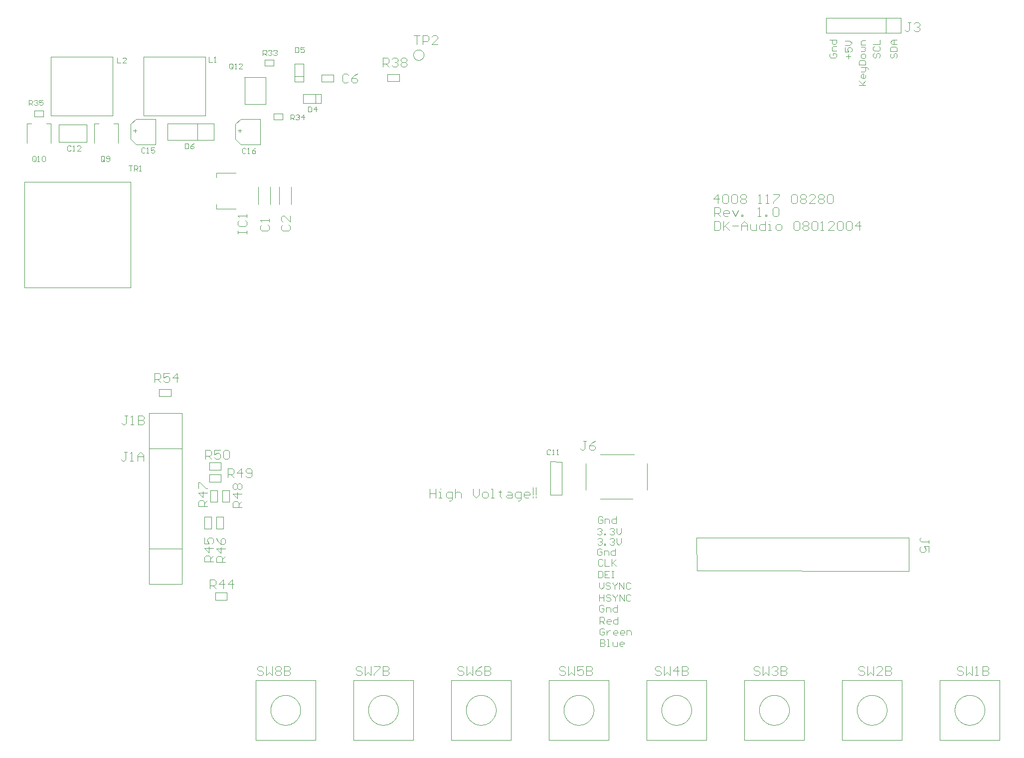
<source format=gto>
*%FSLAX23Y23*%
*%MOIN*%
G01*
D11*
X10120Y7423D02*
X10198Y7422D01*
X10120Y7423D02*
Y7202D01*
X10198D02*
Y7422D01*
Y7202D02*
X10120D01*
X7021Y9561D02*
Y9679D01*
X6834D02*
Y9561D01*
X7560Y9576D02*
Y9686D01*
X7870D02*
Y9576D01*
D12*
X7314Y9296D02*
Y8587D01*
X6603D02*
Y9296D01*
X7314D01*
Y8587D02*
X6603D01*
D13*
X12509Y10361D02*
X12529D01*
X12519D02*
X12509D01*
X12519D02*
Y10311D01*
X12509Y10301D01*
X12499D01*
X12489Y10311D01*
X12549Y10351D02*
X12559Y10361D01*
X12579D01*
X12589Y10351D01*
Y10341D01*
X12590D01*
X12589D02*
X12590D01*
X12589D02*
X12590D01*
X12589D02*
X12579Y10331D01*
X12569D01*
X12579D01*
X12589Y10321D01*
Y10311D01*
X12579Y10301D01*
X12559D01*
X12549Y10311D01*
X12209Y6053D02*
X12219Y6043D01*
X12209Y6053D02*
X12189D01*
X12179Y6043D01*
Y6033D01*
X12189Y6023D01*
X12209D01*
X12219Y6013D01*
Y6003D01*
X12209Y5993D01*
X12189D01*
X12179Y6003D01*
X12239Y5993D02*
Y6053D01*
X12259Y6013D02*
X12239Y5993D01*
X12259Y6013D02*
X12279Y5993D01*
Y6053D01*
X12299Y5993D02*
X12339D01*
X12299D02*
X12339Y6033D01*
Y6043D01*
X12329Y6053D01*
X12309D01*
X12299Y6043D01*
X12359Y6053D02*
Y5993D01*
X12389D01*
X12399Y6003D01*
Y6013D01*
X12389Y6023D01*
X12359D01*
X12360D01*
X12359D02*
X12360D01*
X12359D02*
X12360D01*
X12359D02*
X12389D01*
X12399Y6033D01*
Y6043D01*
X12389Y6053D01*
X12359D01*
X12869D02*
X12879Y6043D01*
X12869Y6053D02*
X12849D01*
X12839Y6043D01*
Y6033D01*
X12849Y6023D01*
X12869D01*
X12879Y6013D01*
Y6003D01*
X12869Y5993D01*
X12849D01*
X12839Y6003D01*
X12899Y5993D02*
Y6053D01*
X12919Y6013D02*
X12899Y5993D01*
X12919Y6013D02*
X12939Y5993D01*
Y6053D01*
X12959Y5993D02*
X12979D01*
X12969D01*
Y6053D01*
X12970D01*
X12969D02*
X12959Y6043D01*
X13009Y6053D02*
Y5993D01*
X13039D01*
X13049Y6003D01*
Y6013D01*
X13039Y6023D01*
X13009D01*
X13010D01*
X13009D02*
X13010D01*
X13009D02*
X13010D01*
X13009D02*
X13039D01*
X13049Y6033D01*
Y6043D01*
X13039Y6053D01*
X13009D01*
X10359Y7562D02*
X10339D01*
X10349D01*
Y7512D01*
X10339Y7502D01*
X10329D01*
X10319Y7512D01*
X10399Y7552D02*
X10419Y7562D01*
X10399Y7552D02*
X10379Y7532D01*
Y7512D01*
X10389Y7502D01*
X10409D01*
X10419Y7512D01*
Y7522D01*
X10409Y7532D01*
X10379D01*
X10121Y7499D02*
X10115Y7505D01*
X10104D01*
X10098Y7499D01*
Y7476D01*
X10104Y7470D01*
X10115D01*
X10121Y7476D01*
X10133Y7470D02*
X10144D01*
X10139D01*
Y7505D01*
X10140D01*
X10139D02*
X10133Y7499D01*
X10162Y7470D02*
X10174D01*
X10168D01*
Y7505D01*
X10169D01*
X10168D02*
X10162Y7499D01*
X12651Y6897D02*
Y6877D01*
Y6887D02*
Y6897D01*
Y6887D02*
X12601D01*
X12591Y6897D01*
Y6907D01*
X12601Y6917D01*
X12651Y6857D02*
Y6817D01*
Y6857D02*
X12621D01*
X12631Y6837D01*
Y6827D01*
X12621Y6817D01*
X12601D01*
X12591Y6827D01*
Y6847D01*
X12601Y6857D01*
X10859Y6043D02*
X10849Y6053D01*
X10829D01*
X10819Y6043D01*
Y6033D01*
X10829Y6023D01*
X10849D01*
X10859Y6013D01*
Y6003D01*
X10849Y5993D01*
X10829D01*
X10819Y6003D01*
X10879Y5993D02*
Y6053D01*
X10899Y6013D02*
X10879Y5993D01*
X10899Y6013D02*
X10919Y5993D01*
Y6053D01*
X10969D02*
Y5993D01*
X10939Y6023D02*
X10969Y6053D01*
X10979Y6023D02*
X10939D01*
X10999Y6053D02*
Y5993D01*
X11029D01*
X11039Y6003D01*
Y6013D01*
X11029Y6023D01*
X10999D01*
X11000D01*
X10999D02*
X11000D01*
X10999D02*
X11000D01*
X10999D02*
X11029D01*
X11039Y6033D01*
Y6043D01*
X11029Y6053D01*
X10999D01*
X11509D02*
X11519Y6043D01*
X11509Y6053D02*
X11489D01*
X11479Y6043D01*
Y6033D01*
X11489Y6023D01*
X11509D01*
X11519Y6013D01*
Y6003D01*
X11509Y5993D01*
X11489D01*
X11479Y6003D01*
X11539Y5993D02*
Y6053D01*
X11559Y6013D02*
X11539Y5993D01*
X11559Y6013D02*
X11579Y5993D01*
Y6053D01*
X11599Y6043D02*
X11609Y6053D01*
X11629D01*
X11639Y6043D01*
Y6033D01*
X11640D01*
X11639D02*
X11640D01*
X11639D02*
X11640D01*
X11639D02*
X11629Y6023D01*
X11619D01*
X11629D01*
X11639Y6013D01*
Y6003D01*
X11629Y5993D01*
X11609D01*
X11599Y6003D01*
X11659Y5993D02*
Y6053D01*
Y5993D02*
X11689D01*
X11699Y6003D01*
Y6013D01*
X11689Y6023D01*
X11659D01*
X11660D01*
X11659D02*
X11660D01*
X11659D02*
X11660D01*
X11659D02*
X11689D01*
X11699Y6033D01*
Y6043D01*
X11689Y6053D01*
X11659D01*
X9246Y10276D02*
X9206D01*
X9226D02*
X9246D01*
X9226D02*
Y10216D01*
X9266D02*
Y10276D01*
X9296D01*
X9306Y10266D01*
Y10246D01*
X9296Y10236D01*
X9266D01*
X9326Y10216D02*
X9366D01*
X9326D02*
X9366Y10256D01*
Y10266D01*
X9356Y10276D01*
X9336D01*
X9326Y10266D01*
X8500Y9798D02*
Y9763D01*
X8518D01*
X8524Y9769D01*
Y9792D01*
X8518Y9798D01*
X8500D01*
X8553D02*
Y9763D01*
X8535Y9780D02*
X8553Y9798D01*
X8559Y9780D02*
X8535D01*
X9001Y10063D02*
Y10123D01*
X9031D01*
X9041Y10113D01*
Y10093D01*
X9031Y10083D01*
X9001D01*
X9021D02*
X9041Y10063D01*
X9061Y10113D02*
X9071Y10123D01*
X9091D01*
X9101Y10113D01*
Y10103D01*
X9102D01*
X9101D02*
X9102D01*
X9101D02*
X9102D01*
X9101D02*
X9091Y10093D01*
X9081D01*
X9091D01*
X9101Y10083D01*
Y10073D01*
X9091Y10063D01*
X9071D01*
X9061Y10073D01*
X9121Y10113D02*
X9131Y10123D01*
X9151D01*
X9161Y10113D01*
Y10103D01*
X9151Y10093D01*
X9161Y10083D01*
Y10073D01*
X9151Y10063D01*
X9131D01*
X9121Y10073D01*
Y10083D01*
X9131Y10093D01*
X9121Y10103D01*
Y10113D01*
X9131Y10093D02*
X9151D01*
X8770Y10009D02*
X8760Y10019D01*
X8740D01*
X8730Y10009D01*
Y9969D01*
X8740Y9959D01*
X8760D01*
X8770Y9969D01*
X8810Y10009D02*
X8830Y10019D01*
X8810Y10009D02*
X8790Y9989D01*
Y9969D01*
X8800Y9959D01*
X8820D01*
X8830Y9969D01*
Y9979D01*
X8820Y9989D01*
X8790D01*
X8849Y6053D02*
X8859Y6043D01*
X8849Y6053D02*
X8829D01*
X8819Y6043D01*
Y6033D01*
X8829Y6023D01*
X8849D01*
X8859Y6013D01*
Y6003D01*
X8849Y5993D01*
X8829D01*
X8819Y6003D01*
X8879Y5993D02*
Y6053D01*
X8899Y6013D02*
X8879Y5993D01*
X8899Y6013D02*
X8919Y5993D01*
Y6053D01*
X8939D02*
X8979D01*
Y6043D01*
X8939Y6003D01*
Y5993D01*
X8999D02*
Y6053D01*
Y5993D02*
X9029D01*
X9039Y6003D01*
Y6013D01*
X9029Y6023D01*
X8999D01*
X9000D01*
X8999D02*
X9000D01*
X8999D02*
X9000D01*
X8999D02*
X9029D01*
X9039Y6033D01*
Y6043D01*
X9029Y6053D01*
X8999D01*
X9529D02*
X9539Y6043D01*
X9529Y6053D02*
X9509D01*
X9499Y6043D01*
Y6033D01*
X9509Y6023D01*
X9529D01*
X9539Y6013D01*
Y6003D01*
X9529Y5993D01*
X9509D01*
X9499Y6003D01*
X9559Y5993D02*
Y6053D01*
X9579Y6013D02*
X9559Y5993D01*
X9579Y6013D02*
X9599Y5993D01*
Y6053D01*
X9639Y6043D02*
X9659Y6053D01*
X9639Y6043D02*
X9619Y6023D01*
Y6003D01*
X9629Y5993D01*
X9649D01*
X9659Y6003D01*
Y6013D01*
X9649Y6023D01*
X9619D01*
X9679Y6053D02*
Y5993D01*
X9709D01*
X9719Y6003D01*
Y6013D01*
X9709Y6023D01*
X9679D01*
X9680D01*
X9679D02*
X9680D01*
X9679D02*
X9680D01*
X9679D02*
X9709D01*
X9719Y6033D01*
Y6043D01*
X9709Y6053D01*
X9679D01*
X10209D02*
X10219Y6043D01*
X10209Y6053D02*
X10189D01*
X10179Y6043D01*
Y6033D01*
X10189Y6023D01*
X10209D01*
X10219Y6013D01*
Y6003D01*
X10209Y5993D01*
X10189D01*
X10179Y6003D01*
X10239Y5993D02*
Y6053D01*
X10259Y6013D02*
X10239Y5993D01*
X10259Y6013D02*
X10279Y5993D01*
Y6053D01*
X10299D02*
X10339D01*
X10299D02*
Y6023D01*
X10319Y6033D01*
X10329D01*
X10339Y6023D01*
Y6003D01*
X10329Y5993D01*
X10309D01*
X10299Y6003D01*
X10359Y5993D02*
Y6053D01*
Y5993D02*
X10389D01*
X10399Y6003D01*
Y6013D01*
X10389Y6023D01*
X10359D01*
X10360D01*
X10359D02*
X10360D01*
X10359D02*
X10360D01*
X10359D02*
X10389D01*
X10399Y6033D01*
Y6043D01*
X10389Y6053D01*
X10359D01*
X8031Y8947D02*
Y8967D01*
Y8957D01*
X8091D01*
Y8947D01*
Y8967D01*
X8031Y9027D02*
X8041Y9037D01*
X8031Y9027D02*
Y9007D01*
X8041Y8997D01*
X8081D01*
X8091Y9007D01*
Y9027D01*
X8081Y9037D01*
X8091Y9057D02*
Y9077D01*
Y9067D01*
X8031D01*
X8032D01*
X8031D02*
X8041Y9057D01*
X8181Y8997D02*
X8191Y9007D01*
X8181Y8997D02*
Y8977D01*
X8191Y8967D01*
X8231D01*
X8241Y8977D01*
Y8997D01*
X8231Y9007D01*
X8241Y9027D02*
Y9047D01*
Y9037D01*
X8181D01*
X8182D01*
X8181D02*
X8191Y9027D01*
X8321Y8997D02*
X8331Y9007D01*
X8321Y8997D02*
Y8977D01*
X8331Y8967D01*
X8371D01*
X8381Y8977D01*
Y8997D01*
X8371Y9007D01*
X8381Y9027D02*
Y9067D01*
Y9027D02*
X8341Y9067D01*
X8331D01*
X8321Y9057D01*
Y9037D01*
X8331Y9027D01*
X7069Y9553D02*
Y9683D01*
X7229D02*
Y9553D01*
X7099Y9683D02*
X7069D01*
X7199D02*
X7229D01*
X7138Y9461D02*
Y9438D01*
Y9461D02*
X7132Y9467D01*
X7120D01*
X7115Y9461D01*
Y9438D01*
X7120Y9432D01*
X7132D01*
X7138D02*
X7126Y9444D01*
X7132Y9432D02*
X7138Y9438D01*
X7150D02*
X7155Y9432D01*
X7167D01*
X7173Y9438D01*
Y9461D01*
X7167Y9467D01*
X7155D01*
X7150Y9461D01*
Y9455D01*
X7155Y9450D01*
X7173D01*
X7021Y9679D02*
X6834D01*
Y9561D02*
X7021D01*
X6914Y9531D02*
X6909Y9537D01*
X6897D01*
X6891Y9531D01*
Y9508D01*
X6897Y9502D01*
X6909D01*
X6914Y9508D01*
X6926Y9502D02*
X6938D01*
X6932D01*
Y9537D01*
X6933D01*
X6932D02*
X6926Y9531D01*
X6955Y9502D02*
X6979D01*
X6955D02*
X6979Y9525D01*
Y9531D01*
X6973Y9537D01*
X6961D01*
X6955Y9531D01*
X7343Y9626D02*
Y9649D01*
X7354Y9638D02*
X7331D01*
X7404Y9523D02*
X7410Y9517D01*
X7404Y9523D02*
X7392D01*
X7386Y9517D01*
Y9494D01*
X7392Y9488D01*
X7404D01*
X7410Y9494D01*
X7421Y9488D02*
X7433D01*
X7427D01*
Y9523D01*
X7428D01*
X7427D02*
X7421Y9517D01*
X7450Y9523D02*
X7474D01*
X7450D02*
Y9506D01*
X7462Y9512D01*
X7468D01*
X7474Y9506D01*
Y9494D01*
X7468Y9488D01*
X7456D01*
X7450Y9494D01*
X8217Y9815D02*
Y9996D01*
X8076Y9994D02*
Y9815D01*
X8074Y9996D02*
X8217D01*
Y9815D02*
X8076D01*
X7997Y10057D02*
Y10080D01*
X7991Y10086D01*
X7980D01*
X7974Y10080D01*
Y10057D01*
X7980Y10051D01*
X7991D01*
X7997D02*
X7985Y10063D01*
X7991Y10051D02*
X7997Y10057D01*
X8009Y10051D02*
X8020D01*
X8015D01*
Y10086D01*
X8016D01*
X8015D02*
X8009Y10080D01*
X8038Y10051D02*
X8061D01*
X8038D02*
X8061Y10075D01*
Y10080D01*
X8055Y10086D01*
X8044D01*
X8038Y10080D01*
X8043Y9649D02*
Y9626D01*
X8054Y9638D02*
X8031D01*
X8078Y9520D02*
X8084Y9514D01*
X8078Y9520D02*
X8066D01*
X8060Y9514D01*
Y9491D01*
X8066Y9485D01*
X8078D01*
X8084Y9491D01*
X8095Y9485D02*
X8107D01*
X8101D01*
Y9520D01*
X8102D01*
X8101D02*
X8095Y9514D01*
X8136D02*
X8148Y9520D01*
X8136Y9514D02*
X8125Y9503D01*
Y9491D01*
X8130Y9485D01*
X8142D01*
X8148Y9491D01*
Y9497D01*
X8142Y9503D01*
X8125D01*
X8414Y10160D02*
Y10195D01*
Y10160D02*
X8431D01*
X8437Y10166D01*
Y10190D01*
X8431Y10195D01*
X8414D01*
X8449D02*
X8472D01*
X8449D02*
Y10178D01*
X8460Y10184D01*
X8466D01*
X8472Y10178D01*
Y10166D01*
X8466Y10160D01*
X8455D01*
X8449Y10166D01*
X7760Y9686D02*
Y9576D01*
X7870D02*
X7560D01*
Y9686D02*
X7870D01*
X7678Y9552D02*
Y9517D01*
X7695D01*
X7701Y9523D01*
Y9546D01*
X7695Y9552D01*
X7678D01*
X7724Y9546D02*
X7736Y9552D01*
X7724Y9546D02*
X7713Y9534D01*
Y9523D01*
X7718Y9517D01*
X7730D01*
X7736Y9523D01*
Y9528D01*
X7730Y9534D01*
X7713D01*
X7400Y9737D02*
Y10132D01*
X7813D02*
Y9737D01*
Y10132D02*
X7400D01*
Y9737D02*
X7813D01*
X7837Y10095D02*
Y10130D01*
Y10095D02*
X7860D01*
X7872D02*
X7884D01*
X7878D01*
Y10130D01*
X7879D01*
X7878D02*
X7872Y10125D01*
X8198Y10141D02*
Y10176D01*
X8216D01*
X8222Y10170D01*
Y10158D01*
X8216Y10152D01*
X8198D01*
X8210D02*
X8222Y10141D01*
X8233Y10170D02*
X8239Y10176D01*
X8251D01*
X8257Y10170D01*
Y10164D01*
X8258D01*
X8257D02*
X8258D01*
X8257D02*
X8258D01*
X8257D02*
X8251Y10158D01*
X8245D01*
X8251D01*
X8257Y10152D01*
Y10147D01*
X8251Y10141D01*
X8239D01*
X8233Y10147D01*
X8268Y10170D02*
X8274Y10176D01*
X8286D01*
X8292Y10170D01*
Y10164D01*
X8293D01*
X8292D02*
X8293D01*
X8292D02*
X8293D01*
X8292D02*
X8286Y10158D01*
X8280D01*
X8286D01*
X8292Y10152D01*
Y10147D01*
X8286Y10141D01*
X8274D01*
X8268Y10147D01*
X8382Y9745D02*
Y9710D01*
Y9745D02*
X8400D01*
X8406Y9739D01*
Y9727D01*
X8400Y9721D01*
X8382D01*
X8394D02*
X8406Y9710D01*
X8417Y9739D02*
X8423Y9745D01*
X8435D01*
X8441Y9739D01*
Y9733D01*
X8442D01*
X8441D02*
X8442D01*
X8441D02*
X8442D01*
X8441D02*
X8435Y9727D01*
X8429D01*
X8435D01*
X8441Y9721D01*
Y9715D01*
X8435Y9710D01*
X8423D01*
X8417Y9715D01*
X8470Y9710D02*
Y9745D01*
X8452Y9727D01*
X8476D01*
X7289Y7488D02*
X7269D01*
X7279D01*
Y7438D01*
X7269Y7428D01*
X7259D01*
X7249Y7438D01*
X7309Y7428D02*
X7329D01*
X7319D01*
Y7488D01*
X7320D01*
X7319D02*
X7309Y7478D01*
X7359Y7468D02*
Y7428D01*
Y7468D02*
X7379Y7488D01*
X7399Y7468D01*
Y7428D01*
Y7458D01*
X7359D01*
X7293Y7732D02*
X7273D01*
X7283D01*
Y7682D01*
X7273Y7672D01*
X7263D01*
X7253Y7682D01*
X7313Y7672D02*
X7333D01*
X7323D01*
Y7732D01*
X7324D01*
X7323D02*
X7313Y7722D01*
X7363Y7732D02*
Y7672D01*
X7393D01*
X7403Y7682D01*
Y7692D01*
X7393Y7702D01*
X7363D01*
X7364D01*
X7363D02*
X7364D01*
X7363D02*
X7364D01*
X7363D02*
X7393D01*
X7403Y7712D01*
Y7722D01*
X7393Y7732D01*
X7363D01*
X7998Y7117D02*
X8058D01*
X7998D02*
Y7147D01*
X8008Y7157D01*
X8028D01*
X8038Y7147D01*
Y7117D01*
Y7137D02*
X8058Y7157D01*
Y7207D02*
X7998D01*
X8028Y7177D01*
Y7217D01*
X8008Y7237D02*
X7998Y7247D01*
Y7267D01*
X8008Y7277D01*
X8018D01*
X8028Y7267D01*
X8038Y7277D01*
X8048D01*
X8058Y7267D01*
Y7247D01*
X8048Y7237D01*
X8038D01*
X8028Y7247D01*
X8018Y7237D01*
X8008D01*
X8028Y7247D02*
Y7267D01*
X7827Y7123D02*
X7767D01*
Y7153D01*
X7777Y7163D01*
X7797D01*
X7807Y7153D01*
Y7123D01*
Y7143D02*
X7827Y7163D01*
Y7213D02*
X7767D01*
X7797Y7183D01*
Y7223D01*
X7767Y7243D02*
Y7283D01*
X7777D01*
X7817Y7243D01*
X7827D01*
X7963Y7317D02*
Y7377D01*
X7993D01*
X8003Y7367D01*
Y7347D01*
X7993Y7337D01*
X7963D01*
X7983D02*
X8003Y7317D01*
X8053D02*
Y7377D01*
X8023Y7347D01*
X8063D01*
X8083Y7327D02*
X8093Y7317D01*
X8113D01*
X8123Y7327D01*
Y7367D01*
X8113Y7377D01*
X8093D01*
X8083Y7367D01*
Y7357D01*
X8093Y7347D01*
X8123D01*
X7813Y7440D02*
Y7500D01*
X7843D01*
X7853Y7490D01*
Y7470D01*
X7843Y7460D01*
X7813D01*
X7833D02*
X7853Y7440D01*
X7873Y7500D02*
X7913D01*
X7873D02*
Y7470D01*
X7893Y7480D01*
X7903D01*
X7913Y7470D01*
Y7450D01*
X7903Y7440D01*
X7883D01*
X7873Y7450D01*
X7933Y7490D02*
X7943Y7500D01*
X7963D01*
X7973Y7490D01*
Y7450D01*
X7963Y7440D01*
X7943D01*
X7933Y7450D01*
Y7490D01*
X7474Y7956D02*
Y8016D01*
X7504D01*
X7514Y8006D01*
Y7986D01*
X7504Y7976D01*
X7474D01*
X7494D02*
X7514Y7956D01*
X7534Y8016D02*
X7574D01*
X7534D02*
Y7986D01*
X7554Y7996D01*
X7564D01*
X7574Y7986D01*
Y7966D01*
X7564Y7956D01*
X7544D01*
X7534Y7966D01*
X7624Y7956D02*
Y8016D01*
X7594Y7986D01*
X7634D01*
X8189Y6053D02*
X8199Y6043D01*
X8189Y6053D02*
X8169D01*
X8159Y6043D01*
Y6033D01*
X8169Y6023D01*
X8189D01*
X8199Y6013D01*
Y6003D01*
X8189Y5993D01*
X8169D01*
X8159Y6003D01*
X8219Y5993D02*
Y6053D01*
X8239Y6013D02*
X8219Y5993D01*
X8239Y6013D02*
X8259Y5993D01*
Y6053D01*
X8279Y6043D02*
X8289Y6053D01*
X8309D01*
X8319Y6043D01*
Y6033D01*
X8309Y6023D01*
X8319Y6013D01*
Y6003D01*
X8309Y5993D01*
X8289D01*
X8279Y6003D01*
Y6013D01*
X8289Y6023D01*
X8279Y6033D01*
Y6043D01*
X8289Y6023D02*
X8309D01*
X8339Y6053D02*
Y5993D01*
X8369D01*
X8379Y6003D01*
Y6013D01*
X8369Y6023D01*
X8339D01*
X8340D01*
X8339D02*
X8340D01*
X8339D02*
X8340D01*
X8339D02*
X8369D01*
X8379Y6033D01*
Y6043D01*
X8369Y6053D01*
X8339D01*
X7842Y6574D02*
Y6634D01*
X7872D01*
X7882Y6624D01*
Y6604D01*
X7872Y6594D01*
X7842D01*
X7862D02*
X7882Y6574D01*
X7932D02*
Y6634D01*
X7902Y6604D01*
X7942D01*
X7992Y6574D02*
Y6634D01*
X7962Y6604D01*
X8002D01*
X7947Y6752D02*
X7887D01*
Y6782D01*
X7897Y6792D01*
X7917D01*
X7927Y6782D01*
Y6752D01*
Y6772D02*
X7947Y6792D01*
Y6842D02*
X7887D01*
X7917Y6812D01*
Y6852D01*
X7897Y6892D02*
X7887Y6912D01*
X7897Y6892D02*
X7917Y6872D01*
X7937D01*
X7947Y6882D01*
Y6902D01*
X7937Y6912D01*
X7927D01*
X7917Y6902D01*
Y6872D01*
X7865Y6753D02*
X7805D01*
Y6783D01*
X7815Y6793D01*
X7835D01*
X7845Y6783D01*
Y6753D01*
Y6773D02*
X7865Y6793D01*
Y6843D02*
X7805D01*
X7835Y6813D01*
Y6853D01*
X7805Y6873D02*
Y6913D01*
Y6873D02*
X7835D01*
X7825Y6893D01*
Y6903D01*
X7835Y6913D01*
X7855D01*
X7865Y6903D01*
Y6883D01*
X7855Y6873D01*
X7324Y9404D02*
X7301D01*
X7313D02*
X7324D01*
X7313D02*
Y9369D01*
X7336D02*
Y9404D01*
X7354D01*
X7359Y9398D01*
Y9386D01*
X7354Y9381D01*
X7336D01*
X7348D02*
X7359Y9369D01*
X7371D02*
X7383D01*
X7377D01*
Y9404D01*
X7378D01*
X7377D02*
X7371Y9398D01*
X6779Y9553D02*
Y9683D01*
X6619D02*
Y9553D01*
X6749Y9683D02*
X6779D01*
X6649D02*
X6619D01*
X6679Y9461D02*
Y9438D01*
Y9461D02*
X6673Y9467D01*
X6662D01*
X6656Y9461D01*
Y9438D01*
X6662Y9432D01*
X6673D01*
X6679D02*
X6668Y9444D01*
X6673Y9432D02*
X6679Y9438D01*
X6691Y9432D02*
X6703D01*
X6697D01*
Y9467D01*
X6698D01*
X6697D02*
X6691Y9461D01*
X6720D02*
X6726Y9467D01*
X6738D01*
X6743Y9461D01*
Y9438D01*
X6738Y9432D01*
X6726D01*
X6720Y9438D01*
Y9461D01*
X6633Y9807D02*
Y9842D01*
X6651D01*
X6657Y9836D01*
Y9825D01*
X6651Y9819D01*
X6633D01*
X6645D02*
X6657Y9807D01*
X6668Y9836D02*
X6674Y9842D01*
X6686D01*
X6692Y9836D01*
Y9830D01*
X6693D01*
X6692D02*
X6693D01*
X6692D02*
X6693D01*
X6692D02*
X6686Y9825D01*
X6680D01*
X6686D01*
X6692Y9819D01*
Y9813D01*
X6686Y9807D01*
X6674D01*
X6668Y9813D01*
X6703Y9842D02*
X6727D01*
X6703D02*
Y9825D01*
X6715Y9830D01*
X6721D01*
X6727Y9825D01*
Y9813D01*
X6721Y9807D01*
X6709D01*
X6703Y9813D01*
X6780Y9737D02*
Y10132D01*
X7193D02*
Y9737D01*
Y10132D02*
X6780D01*
Y9737D02*
X7193D01*
X7224Y10091D02*
Y10126D01*
Y10091D02*
X7247D01*
X7259D02*
X7282D01*
X7259D02*
X7282Y10114D01*
Y10120D01*
X7276Y10126D01*
X7265D01*
X7259Y10120D01*
D15*
X10768Y7412D02*
Y7235D01*
X10355D02*
Y7412D01*
X10453Y7471D02*
X10680D01*
X10670Y7176D02*
X10453D01*
D16*
X12370Y5762D02*
X12370Y5758D01*
X12370Y5755D01*
X12369Y5752D01*
X12369Y5748D01*
X12368Y5745D01*
X12368Y5742D01*
X12367Y5739D01*
X12366Y5735D01*
X12365Y5732D01*
X12364Y5729D01*
X12363Y5726D01*
X12362Y5723D01*
X12361Y5720D01*
X12359Y5717D01*
X12358Y5714D01*
X12356Y5711D01*
X12354Y5708D01*
X12352Y5705D01*
X12350Y5703D01*
X12348Y5700D01*
X12346Y5697D01*
X12344Y5695D01*
X12342Y5692D01*
X12340Y5690D01*
X12337Y5688D01*
X12335Y5686D01*
X12332Y5683D01*
X12330Y5681D01*
X12327Y5679D01*
X12324Y5678D01*
X12321Y5676D01*
X12318Y5674D01*
X12315Y5673D01*
X12312Y5671D01*
X12309Y5670D01*
X12306Y5668D01*
X12303Y5667D01*
X12300Y5666D01*
X12297Y5665D01*
X12294Y5664D01*
X12290Y5664D01*
X12287Y5663D01*
X12284Y5663D01*
X12281Y5662D01*
X12277Y5662D01*
X12274Y5662D01*
X12271Y5662D01*
X12267Y5662D01*
X12264Y5662D01*
X12261Y5662D01*
X12257Y5662D01*
X12254Y5663D01*
X12251Y5663D01*
X12248Y5664D01*
X12244Y5665D01*
X12241Y5666D01*
X12238Y5667D01*
X12235Y5668D01*
X12232Y5669D01*
X12229Y5670D01*
X12226Y5672D01*
X12223Y5673D01*
X12220Y5675D01*
X12217Y5677D01*
X12214Y5678D01*
X12211Y5680D01*
X12209Y5682D01*
X12206Y5684D01*
X12204Y5687D01*
X12201Y5689D01*
X12199Y5691D01*
X12196Y5694D01*
X12194Y5696D01*
X12192Y5699D01*
X12190Y5701D01*
X12188Y5704D01*
X12186Y5707D01*
X12184Y5709D01*
X12183Y5712D01*
X12181Y5715D01*
X12180Y5718D01*
X12178Y5721D01*
X12177Y5724D01*
X12176Y5727D01*
X12175Y5731D01*
X12174Y5734D01*
X12173Y5737D01*
X12172Y5740D01*
X12171Y5743D01*
X12171Y5747D01*
X12170Y5750D01*
X12170Y5753D01*
X12170Y5757D01*
X12170Y5760D01*
Y5763D01*
X12170Y5767D01*
X12170Y5770D01*
X12170Y5773D01*
X12171Y5776D01*
X12171Y5780D01*
X12172Y5783D01*
X12173Y5786D01*
X12174Y5789D01*
X12175Y5793D01*
X12176Y5796D01*
X12177Y5799D01*
X12178Y5802D01*
X12180Y5805D01*
X12181Y5808D01*
X12183Y5811D01*
X12184Y5814D01*
X12186Y5817D01*
X12188Y5819D01*
X12190Y5822D01*
X12192Y5825D01*
X12194Y5827D01*
X12196Y5830D01*
X12199Y5832D01*
X12201Y5834D01*
X12204Y5837D01*
X12206Y5839D01*
X12209Y5841D01*
X12211Y5843D01*
X12214Y5845D01*
X12217Y5846D01*
X12220Y5848D01*
X12223Y5850D01*
X12226Y5851D01*
X12229Y5853D01*
X12232Y5854D01*
X12235Y5855D01*
X12238Y5856D01*
X12241Y5857D01*
X12244Y5858D01*
X12248Y5859D01*
X12251Y5860D01*
X12254Y5860D01*
X12257Y5861D01*
X12261Y5861D01*
X12264Y5861D01*
X12267Y5862D01*
X12271Y5862D01*
X12274Y5861D01*
X12277Y5861D01*
X12281Y5861D01*
X12284Y5861D01*
X12287Y5860D01*
X12290Y5859D01*
X12294Y5859D01*
X12297Y5858D01*
X12300Y5857D01*
X12303Y5856D01*
X12306Y5855D01*
X12309Y5853D01*
X12312Y5852D01*
X12315Y5851D01*
X12318Y5849D01*
X12321Y5847D01*
X12324Y5846D01*
X12327Y5844D01*
X12330Y5842D01*
X12332Y5840D01*
X12335Y5838D01*
X12337Y5835D01*
X12340Y5833D01*
X12342Y5831D01*
X12344Y5828D01*
X12346Y5826D01*
X12348Y5823D01*
X12350Y5821D01*
X12352Y5818D01*
X12354Y5815D01*
X12356Y5812D01*
X12358Y5809D01*
X12359Y5806D01*
X12361Y5803D01*
X12362Y5800D01*
X12363Y5797D01*
X12364Y5794D01*
X12365Y5791D01*
X12366Y5788D01*
X12367Y5785D01*
X12368Y5781D01*
X12368Y5778D01*
X12369Y5775D01*
X12369Y5772D01*
X12370Y5768D01*
X12370Y5765D01*
X12370Y5762D01*
X12070Y5562D02*
Y5962D01*
X12470D02*
Y5562D01*
Y5962D02*
X12070D01*
Y5562D02*
X12470D01*
X13023Y5762D02*
X13023Y5758D01*
X13023Y5755D01*
X13023Y5752D01*
X13022Y5748D01*
X13022Y5745D01*
X13021Y5742D01*
X13021Y5739D01*
X13020Y5735D01*
X13019Y5732D01*
X13018Y5729D01*
X13017Y5726D01*
X13015Y5723D01*
X13014Y5720D01*
X13013Y5717D01*
X13011Y5714D01*
X13010Y5711D01*
X13008Y5708D01*
X13006Y5705D01*
X13004Y5703D01*
X13002Y5700D01*
X13000Y5697D01*
X12998Y5695D01*
X12995Y5692D01*
X12993Y5690D01*
X12991Y5688D01*
X12988Y5686D01*
X12986Y5683D01*
X12983Y5681D01*
X12980Y5679D01*
X12978Y5678D01*
X12975Y5676D01*
X12972Y5674D01*
X12969Y5673D01*
X12966Y5671D01*
X12963Y5670D01*
X12960Y5668D01*
X12957Y5667D01*
X12954Y5666D01*
X12950Y5665D01*
X12947Y5664D01*
X12944Y5664D01*
X12941Y5663D01*
X12937Y5663D01*
X12934Y5662D01*
X12931Y5662D01*
X12927Y5662D01*
X12924Y5662D01*
X12921Y5662D01*
X12918Y5662D01*
X12914Y5662D01*
X12911Y5662D01*
X12908Y5663D01*
X12904Y5663D01*
X12901Y5664D01*
X12898Y5665D01*
X12895Y5666D01*
X12891Y5667D01*
X12888Y5668D01*
X12885Y5669D01*
X12882Y5670D01*
X12879Y5672D01*
X12876Y5673D01*
X12873Y5675D01*
X12870Y5677D01*
X12868Y5678D01*
X12865Y5680D01*
X12862Y5682D01*
X12860Y5684D01*
X12857Y5687D01*
X12855Y5689D01*
X12852Y5691D01*
X12850Y5694D01*
X12848Y5696D01*
X12846Y5699D01*
X12844Y5701D01*
X12842Y5704D01*
X12840Y5707D01*
X12838Y5709D01*
X12836Y5712D01*
X12835Y5715D01*
X12833Y5718D01*
X12832Y5721D01*
X12831Y5724D01*
X12829Y5727D01*
X12828Y5731D01*
X12827Y5734D01*
X12826Y5737D01*
X12826Y5740D01*
X12825Y5743D01*
X12824Y5747D01*
X12824Y5750D01*
X12824Y5753D01*
X12823Y5757D01*
X12823Y5760D01*
Y5763D01*
X12823Y5767D01*
X12824Y5770D01*
X12824Y5773D01*
X12824Y5776D01*
X12825Y5780D01*
X12826Y5783D01*
X12826Y5786D01*
X12827Y5789D01*
X12828Y5793D01*
X12829Y5796D01*
X12831Y5799D01*
X12832Y5802D01*
X12833Y5805D01*
X12835Y5808D01*
X12836Y5811D01*
X12838Y5814D01*
X12840Y5817D01*
X12842Y5819D01*
X12844Y5822D01*
X12846Y5825D01*
X12848Y5827D01*
X12850Y5830D01*
X12852Y5832D01*
X12855Y5834D01*
X12857Y5837D01*
X12860Y5839D01*
X12862Y5841D01*
X12865Y5843D01*
X12868Y5845D01*
X12870Y5846D01*
X12873Y5848D01*
X12876Y5850D01*
X12879Y5851D01*
X12882Y5853D01*
X12885Y5854D01*
X12888Y5855D01*
X12891Y5856D01*
X12895Y5857D01*
X12898Y5858D01*
X12901Y5859D01*
X12904Y5860D01*
X12908Y5860D01*
X12911Y5861D01*
X12914Y5861D01*
X12918Y5861D01*
X12921Y5862D01*
X12924Y5862D01*
X12927Y5861D01*
X12931Y5861D01*
X12934Y5861D01*
X12937Y5861D01*
X12941Y5860D01*
X12944Y5859D01*
X12947Y5859D01*
X12950Y5858D01*
X12954Y5857D01*
X12957Y5856D01*
X12960Y5855D01*
X12963Y5853D01*
X12966Y5852D01*
X12969Y5851D01*
X12972Y5849D01*
X12975Y5847D01*
X12978Y5846D01*
X12980Y5844D01*
X12983Y5842D01*
X12986Y5840D01*
X12988Y5838D01*
X12991Y5835D01*
X12993Y5833D01*
X12995Y5831D01*
X12998Y5828D01*
X13000Y5826D01*
X13002Y5823D01*
X13004Y5821D01*
X13006Y5818D01*
X13008Y5815D01*
X13010Y5812D01*
X13011Y5809D01*
X13013Y5806D01*
X13014Y5803D01*
X13015Y5800D01*
X13017Y5797D01*
X13018Y5794D01*
X13019Y5791D01*
X13020Y5788D01*
X13021Y5785D01*
X13021Y5781D01*
X13022Y5778D01*
X13022Y5775D01*
X13023Y5772D01*
X13023Y5768D01*
X13023Y5765D01*
X13023Y5762D01*
X12723Y5562D02*
Y5962D01*
X13123D02*
Y5562D01*
Y5962D02*
X12723D01*
Y5562D02*
X13123D01*
X12515Y6913D02*
X11098Y6913D01*
X11099Y6694D02*
X12515Y6692D01*
X11099Y6694D02*
X11098Y6913D01*
X12515Y6913D02*
Y6692D01*
X11063Y5762D02*
X11063Y5758D01*
X11062Y5755D01*
X11062Y5752D01*
X11062Y5748D01*
X11061Y5745D01*
X11061Y5742D01*
X11060Y5739D01*
X11059Y5735D01*
X11058Y5732D01*
X11057Y5729D01*
X11056Y5726D01*
X11055Y5723D01*
X11054Y5720D01*
X11052Y5717D01*
X11051Y5714D01*
X11049Y5711D01*
X11047Y5708D01*
X11045Y5705D01*
X11043Y5703D01*
X11041Y5700D01*
X11039Y5697D01*
X11037Y5695D01*
X11035Y5692D01*
X11033Y5690D01*
X11030Y5688D01*
X11028Y5686D01*
X11025Y5683D01*
X11022Y5681D01*
X11020Y5679D01*
X11017Y5678D01*
X11014Y5676D01*
X11011Y5674D01*
X11008Y5673D01*
X11005Y5671D01*
X11002Y5670D01*
X10999Y5668D01*
X10996Y5667D01*
X10993Y5666D01*
X10990Y5665D01*
X10987Y5664D01*
X10983Y5664D01*
X10980Y5663D01*
X10977Y5663D01*
X10973Y5662D01*
X10970Y5662D01*
X10967Y5662D01*
X10964Y5662D01*
X10960Y5662D01*
X10957Y5662D01*
X10954Y5662D01*
X10950Y5662D01*
X10947Y5663D01*
X10944Y5663D01*
X10940Y5664D01*
X10937Y5665D01*
X10934Y5666D01*
X10931Y5667D01*
X10928Y5668D01*
X10925Y5669D01*
X10922Y5670D01*
X10919Y5672D01*
X10916Y5673D01*
X10913Y5675D01*
X10910Y5677D01*
X10907Y5678D01*
X10904Y5680D01*
X10902Y5682D01*
X10899Y5684D01*
X10897Y5687D01*
X10894Y5689D01*
X10892Y5691D01*
X10889Y5694D01*
X10887Y5696D01*
X10885Y5699D01*
X10883Y5701D01*
X10881Y5704D01*
X10879Y5707D01*
X10877Y5709D01*
X10876Y5712D01*
X10874Y5715D01*
X10873Y5718D01*
X10871Y5721D01*
X10870Y5724D01*
X10869Y5727D01*
X10868Y5731D01*
X10867Y5734D01*
X10866Y5737D01*
X10865Y5740D01*
X10864Y5743D01*
X10864Y5747D01*
X10863Y5750D01*
X10863Y5753D01*
X10863Y5757D01*
X10863Y5760D01*
Y5763D01*
X10863Y5767D01*
X10863Y5770D01*
X10863Y5773D01*
X10864Y5776D01*
X10864Y5780D01*
X10865Y5783D01*
X10866Y5786D01*
X10867Y5789D01*
X10868Y5793D01*
X10869Y5796D01*
X10870Y5799D01*
X10871Y5802D01*
X10873Y5805D01*
X10874Y5808D01*
X10876Y5811D01*
X10877Y5814D01*
X10879Y5817D01*
X10881Y5819D01*
X10883Y5822D01*
X10885Y5825D01*
X10887Y5827D01*
X10889Y5830D01*
X10892Y5832D01*
X10894Y5834D01*
X10897Y5837D01*
X10899Y5839D01*
X10902Y5841D01*
X10904Y5843D01*
X10907Y5845D01*
X10910Y5846D01*
X10913Y5848D01*
X10916Y5850D01*
X10919Y5851D01*
X10922Y5853D01*
X10925Y5854D01*
X10928Y5855D01*
X10931Y5856D01*
X10934Y5857D01*
X10937Y5858D01*
X10940Y5859D01*
X10944Y5860D01*
X10947Y5860D01*
X10950Y5861D01*
X10954Y5861D01*
X10957Y5861D01*
X10960Y5862D01*
X10964Y5862D01*
X10967Y5861D01*
X10970Y5861D01*
X10973Y5861D01*
X10977Y5861D01*
X10980Y5860D01*
X10983Y5859D01*
X10987Y5859D01*
X10990Y5858D01*
X10993Y5857D01*
X10996Y5856D01*
X10999Y5855D01*
X11002Y5853D01*
X11005Y5852D01*
X11008Y5851D01*
X11011Y5849D01*
X11014Y5847D01*
X11017Y5846D01*
X11020Y5844D01*
X11022Y5842D01*
X11025Y5840D01*
X11028Y5838D01*
X11030Y5835D01*
X11033Y5833D01*
X11035Y5831D01*
X11037Y5828D01*
X11039Y5826D01*
X11041Y5823D01*
X11043Y5821D01*
X11045Y5818D01*
X11047Y5815D01*
X11049Y5812D01*
X11051Y5809D01*
X11052Y5806D01*
X11054Y5803D01*
X11055Y5800D01*
X11056Y5797D01*
X11057Y5794D01*
X11058Y5791D01*
X11059Y5788D01*
X11060Y5785D01*
X11061Y5781D01*
X11061Y5778D01*
X11062Y5775D01*
X11062Y5772D01*
X11062Y5768D01*
X11063Y5765D01*
X11063Y5762D01*
X10763Y5562D02*
Y5962D01*
X11163D02*
Y5562D01*
Y5962D02*
X10763D01*
Y5562D02*
X11163D01*
X11716Y5762D02*
X11716Y5758D01*
X11716Y5755D01*
X11716Y5752D01*
X11715Y5748D01*
X11715Y5745D01*
X11714Y5742D01*
X11714Y5739D01*
X11713Y5735D01*
X11712Y5732D01*
X11711Y5729D01*
X11710Y5726D01*
X11708Y5723D01*
X11707Y5720D01*
X11706Y5717D01*
X11704Y5714D01*
X11702Y5711D01*
X11701Y5708D01*
X11699Y5705D01*
X11697Y5703D01*
X11695Y5700D01*
X11693Y5697D01*
X11691Y5695D01*
X11688Y5692D01*
X11686Y5690D01*
X11684Y5688D01*
X11681Y5686D01*
X11679Y5683D01*
X11676Y5681D01*
X11673Y5679D01*
X11670Y5678D01*
X11668Y5676D01*
X11665Y5674D01*
X11662Y5673D01*
X11659Y5671D01*
X11656Y5670D01*
X11653Y5668D01*
X11650Y5667D01*
X11647Y5666D01*
X11643Y5665D01*
X11640Y5664D01*
X11637Y5664D01*
X11634Y5663D01*
X11630Y5663D01*
X11627Y5662D01*
X11624Y5662D01*
X11620Y5662D01*
X11617Y5662D01*
X11614Y5662D01*
X11610Y5662D01*
X11607Y5662D01*
X11604Y5662D01*
X11601Y5663D01*
X11597Y5663D01*
X11594Y5664D01*
X11591Y5665D01*
X11588Y5666D01*
X11584Y5667D01*
X11581Y5668D01*
X11578Y5669D01*
X11575Y5670D01*
X11572Y5672D01*
X11569Y5673D01*
X11566Y5675D01*
X11563Y5677D01*
X11561Y5678D01*
X11558Y5680D01*
X11555Y5682D01*
X11553Y5684D01*
X11550Y5687D01*
X11548Y5689D01*
X11545Y5691D01*
X11543Y5694D01*
X11541Y5696D01*
X11539Y5699D01*
X11537Y5701D01*
X11535Y5704D01*
X11533Y5707D01*
X11531Y5709D01*
X11529Y5712D01*
X11528Y5715D01*
X11526Y5718D01*
X11525Y5721D01*
X11523Y5724D01*
X11522Y5727D01*
X11521Y5731D01*
X11520Y5734D01*
X11519Y5737D01*
X11519Y5740D01*
X11518Y5743D01*
X11517Y5747D01*
X11517Y5750D01*
X11517Y5753D01*
X11516Y5757D01*
X11516Y5760D01*
Y5763D01*
X11516Y5767D01*
X11517Y5770D01*
X11517Y5773D01*
X11517Y5776D01*
X11518Y5780D01*
X11519Y5783D01*
X11519Y5786D01*
X11520Y5789D01*
X11521Y5793D01*
X11522Y5796D01*
X11523Y5799D01*
X11525Y5802D01*
X11526Y5805D01*
X11528Y5808D01*
X11529Y5811D01*
X11531Y5814D01*
X11533Y5817D01*
X11535Y5819D01*
X11537Y5822D01*
X11539Y5825D01*
X11541Y5827D01*
X11543Y5830D01*
X11545Y5832D01*
X11548Y5834D01*
X11550Y5837D01*
X11553Y5839D01*
X11555Y5841D01*
X11558Y5843D01*
X11561Y5845D01*
X11563Y5846D01*
X11566Y5848D01*
X11569Y5850D01*
X11572Y5851D01*
X11575Y5853D01*
X11578Y5854D01*
X11581Y5855D01*
X11584Y5856D01*
X11588Y5857D01*
X11591Y5858D01*
X11594Y5859D01*
X11597Y5860D01*
X11601Y5860D01*
X11604Y5861D01*
X11607Y5861D01*
X11610Y5861D01*
X11614Y5862D01*
X11617Y5862D01*
X11620Y5861D01*
X11624Y5861D01*
X11627Y5861D01*
X11630Y5861D01*
X11634Y5860D01*
X11637Y5859D01*
X11640Y5859D01*
X11643Y5858D01*
X11647Y5857D01*
X11650Y5856D01*
X11653Y5855D01*
X11656Y5853D01*
X11659Y5852D01*
X11662Y5851D01*
X11665Y5849D01*
X11668Y5847D01*
X11670Y5846D01*
X11673Y5844D01*
X11676Y5842D01*
X11679Y5840D01*
X11681Y5838D01*
X11684Y5835D01*
X11686Y5833D01*
X11688Y5831D01*
X11691Y5828D01*
X11693Y5826D01*
X11695Y5823D01*
X11697Y5821D01*
X11699Y5818D01*
X11701Y5815D01*
X11702Y5812D01*
X11704Y5809D01*
X11706Y5806D01*
X11707Y5803D01*
X11708Y5800D01*
X11710Y5797D01*
X11711Y5794D01*
X11712Y5791D01*
X11713Y5788D01*
X11714Y5785D01*
X11714Y5781D01*
X11715Y5778D01*
X11715Y5775D01*
X11716Y5772D01*
X11716Y5768D01*
X11716Y5765D01*
X11716Y5762D01*
X11416Y5562D02*
Y5962D01*
X11816D02*
Y5562D01*
Y5962D02*
X11416D01*
Y5562D02*
X11816D01*
X9274Y10144D02*
X9273Y10140D01*
X9273Y10137D01*
X9272Y10134D01*
X9271Y10131D01*
X9270Y10128D01*
X9268Y10125D01*
X9266Y10122D01*
X9264Y10120D01*
X9261Y10117D01*
X9259Y10115D01*
X9256Y10113D01*
X9253Y10112D01*
X9250Y10111D01*
X9247Y10110D01*
X9244Y10109D01*
X9240Y10109D01*
X9237D01*
X9234Y10109D01*
X9230Y10110D01*
X9227Y10111D01*
X9224Y10112D01*
X9221Y10113D01*
X9218Y10115D01*
X9216Y10117D01*
X9213Y10120D01*
X9211Y10122D01*
X9209Y10125D01*
X9207Y10128D01*
X9206Y10131D01*
X9205Y10134D01*
X9204Y10137D01*
X9204Y10140D01*
X9204Y10144D01*
X9204Y10147D01*
X9204Y10150D01*
X9205Y10154D01*
X9206Y10157D01*
X9207Y10160D01*
X9209Y10163D01*
X9211Y10165D01*
X9213Y10168D01*
X9216Y10170D01*
X9218Y10172D01*
X9221Y10174D01*
X9224Y10176D01*
X9227Y10177D01*
X9230Y10178D01*
X9234Y10178D01*
X9237Y10179D01*
X9240D01*
X9244Y10178D01*
X9247Y10178D01*
X9250Y10177D01*
X9253Y10176D01*
X9256Y10174D01*
X9259Y10172D01*
X9261Y10170D01*
X9264Y10168D01*
X9266Y10165D01*
X9268Y10163D01*
X9270Y10160D01*
X9271Y10157D01*
X9272Y10154D01*
X9273Y10150D01*
X9273Y10147D01*
X9274Y10144D01*
X8465Y9881D02*
Y9821D01*
X8585D02*
Y9881D01*
X8550D02*
Y9821D01*
X8585Y9881D02*
X8465D01*
Y9821D02*
X8585D01*
X9109Y9967D02*
Y10015D01*
X9030D02*
Y9967D01*
X9109D01*
Y10015D02*
X9030D01*
X8590Y10011D02*
Y9963D01*
X8669D02*
Y10011D01*
X8590D01*
Y9963D02*
X8669D01*
X9102Y5762D02*
X9102Y5758D01*
X9102Y5755D01*
X9102Y5752D01*
X9101Y5748D01*
X9101Y5745D01*
X9100Y5742D01*
X9099Y5739D01*
X9099Y5735D01*
X9098Y5732D01*
X9097Y5729D01*
X9095Y5726D01*
X9094Y5723D01*
X9093Y5720D01*
X9091Y5717D01*
X9090Y5714D01*
X9088Y5711D01*
X9087Y5708D01*
X9085Y5705D01*
X9083Y5703D01*
X9081Y5700D01*
X9079Y5697D01*
X9076Y5695D01*
X9074Y5692D01*
X9072Y5690D01*
X9069Y5688D01*
X9067Y5686D01*
X9064Y5683D01*
X9062Y5681D01*
X9059Y5679D01*
X9056Y5678D01*
X9054Y5676D01*
X9051Y5674D01*
X9048Y5673D01*
X9045Y5671D01*
X9042Y5670D01*
X9039Y5668D01*
X9035Y5667D01*
X9032Y5666D01*
X9029Y5665D01*
X9026Y5664D01*
X9023Y5664D01*
X9019Y5663D01*
X9016Y5663D01*
X9013Y5662D01*
X9010Y5662D01*
X9006Y5662D01*
X9003Y5662D01*
X9000Y5662D01*
X8996Y5662D01*
X8993Y5662D01*
X8990Y5662D01*
X8986Y5663D01*
X8983Y5663D01*
X8980Y5664D01*
X8977Y5665D01*
X8973Y5666D01*
X8970Y5667D01*
X8967Y5668D01*
X8964Y5669D01*
X8961Y5670D01*
X8958Y5672D01*
X8955Y5673D01*
X8952Y5675D01*
X8949Y5677D01*
X8946Y5678D01*
X8944Y5680D01*
X8941Y5682D01*
X8938Y5684D01*
X8936Y5687D01*
X8933Y5689D01*
X8931Y5691D01*
X8929Y5694D01*
X8927Y5696D01*
X8924Y5699D01*
X8922Y5701D01*
X8920Y5704D01*
X8919Y5707D01*
X8917Y5709D01*
X8915Y5712D01*
X8913Y5715D01*
X8912Y5718D01*
X8911Y5721D01*
X8909Y5724D01*
X8908Y5727D01*
X8907Y5731D01*
X8906Y5734D01*
X8905Y5737D01*
X8904Y5740D01*
X8904Y5743D01*
X8903Y5747D01*
X8903Y5750D01*
X8902Y5753D01*
X8902Y5757D01*
X8902Y5760D01*
Y5763D01*
X8902Y5767D01*
X8902Y5770D01*
X8903Y5773D01*
X8903Y5776D01*
X8904Y5780D01*
X8904Y5783D01*
X8905Y5786D01*
X8906Y5789D01*
X8907Y5793D01*
X8908Y5796D01*
X8909Y5799D01*
X8911Y5802D01*
X8912Y5805D01*
X8913Y5808D01*
X8915Y5811D01*
X8917Y5814D01*
X8919Y5817D01*
X8920Y5819D01*
X8922Y5822D01*
X8924Y5825D01*
X8927Y5827D01*
X8929Y5830D01*
X8931Y5832D01*
X8933Y5834D01*
X8936Y5837D01*
X8938Y5839D01*
X8941Y5841D01*
X8944Y5843D01*
X8946Y5845D01*
X8949Y5846D01*
X8952Y5848D01*
X8955Y5850D01*
X8958Y5851D01*
X8961Y5853D01*
X8964Y5854D01*
X8967Y5855D01*
X8970Y5856D01*
X8973Y5857D01*
X8977Y5858D01*
X8980Y5859D01*
X8983Y5860D01*
X8986Y5860D01*
X8990Y5861D01*
X8993Y5861D01*
X8996Y5861D01*
X9000Y5862D01*
X9003Y5862D01*
X9006Y5861D01*
X9010Y5861D01*
X9013Y5861D01*
X9016Y5861D01*
X9019Y5860D01*
X9023Y5859D01*
X9026Y5859D01*
X9029Y5858D01*
X9032Y5857D01*
X9035Y5856D01*
X9039Y5855D01*
X9042Y5853D01*
X9045Y5852D01*
X9048Y5851D01*
X9051Y5849D01*
X9054Y5847D01*
X9056Y5846D01*
X9059Y5844D01*
X9062Y5842D01*
X9064Y5840D01*
X9067Y5838D01*
X9069Y5835D01*
X9072Y5833D01*
X9074Y5831D01*
X9076Y5828D01*
X9079Y5826D01*
X9081Y5823D01*
X9083Y5821D01*
X9085Y5818D01*
X9087Y5815D01*
X9088Y5812D01*
X9090Y5809D01*
X9091Y5806D01*
X9093Y5803D01*
X9094Y5800D01*
X9095Y5797D01*
X9097Y5794D01*
X9098Y5791D01*
X9099Y5788D01*
X9099Y5785D01*
X9100Y5781D01*
X9101Y5778D01*
X9101Y5775D01*
X9102Y5772D01*
X9102Y5768D01*
X9102Y5765D01*
X9102Y5762D01*
X8802Y5562D02*
Y5962D01*
X9202D02*
Y5562D01*
Y5962D02*
X8802D01*
Y5562D02*
X9202D01*
X9756Y5762D02*
X9756Y5758D01*
X9755Y5755D01*
X9755Y5752D01*
X9755Y5748D01*
X9754Y5745D01*
X9754Y5742D01*
X9753Y5739D01*
X9752Y5735D01*
X9751Y5732D01*
X9750Y5729D01*
X9749Y5726D01*
X9748Y5723D01*
X9746Y5720D01*
X9745Y5717D01*
X9743Y5714D01*
X9742Y5711D01*
X9740Y5708D01*
X9738Y5705D01*
X9736Y5703D01*
X9734Y5700D01*
X9732Y5697D01*
X9730Y5695D01*
X9728Y5692D01*
X9725Y5690D01*
X9723Y5688D01*
X9721Y5686D01*
X9718Y5683D01*
X9715Y5681D01*
X9713Y5679D01*
X9710Y5678D01*
X9707Y5676D01*
X9704Y5674D01*
X9701Y5673D01*
X9698Y5671D01*
X9695Y5670D01*
X9692Y5668D01*
X9689Y5667D01*
X9686Y5666D01*
X9683Y5665D01*
X9679Y5664D01*
X9676Y5664D01*
X9673Y5663D01*
X9670Y5663D01*
X9666Y5662D01*
X9663Y5662D01*
X9660Y5662D01*
X9656Y5662D01*
X9653Y5662D01*
X9650Y5662D01*
X9646Y5662D01*
X9643Y5662D01*
X9640Y5663D01*
X9637Y5663D01*
X9633Y5664D01*
X9630Y5665D01*
X9627Y5666D01*
X9624Y5667D01*
X9621Y5668D01*
X9618Y5669D01*
X9614Y5670D01*
X9611Y5672D01*
X9609Y5673D01*
X9606Y5675D01*
X9603Y5677D01*
X9600Y5678D01*
X9597Y5680D01*
X9595Y5682D01*
X9592Y5684D01*
X9589Y5687D01*
X9587Y5689D01*
X9585Y5691D01*
X9582Y5694D01*
X9580Y5696D01*
X9578Y5699D01*
X9576Y5701D01*
X9574Y5704D01*
X9572Y5707D01*
X9570Y5709D01*
X9569Y5712D01*
X9567Y5715D01*
X9566Y5718D01*
X9564Y5721D01*
X9563Y5724D01*
X9562Y5727D01*
X9561Y5731D01*
X9560Y5734D01*
X9559Y5737D01*
X9558Y5740D01*
X9557Y5743D01*
X9557Y5747D01*
X9556Y5750D01*
X9556Y5753D01*
X9556Y5757D01*
X9556Y5760D01*
Y5763D01*
X9556Y5767D01*
X9556Y5770D01*
X9556Y5773D01*
X9557Y5776D01*
X9557Y5780D01*
X9558Y5783D01*
X9559Y5786D01*
X9560Y5789D01*
X9561Y5793D01*
X9562Y5796D01*
X9563Y5799D01*
X9564Y5802D01*
X9566Y5805D01*
X9567Y5808D01*
X9569Y5811D01*
X9570Y5814D01*
X9572Y5817D01*
X9574Y5819D01*
X9576Y5822D01*
X9578Y5825D01*
X9580Y5827D01*
X9582Y5830D01*
X9585Y5832D01*
X9587Y5834D01*
X9589Y5837D01*
X9592Y5839D01*
X9595Y5841D01*
X9597Y5843D01*
X9600Y5845D01*
X9603Y5846D01*
X9606Y5848D01*
X9609Y5850D01*
X9611Y5851D01*
X9614Y5853D01*
X9618Y5854D01*
X9621Y5855D01*
X9624Y5856D01*
X9627Y5857D01*
X9630Y5858D01*
X9633Y5859D01*
X9637Y5860D01*
X9640Y5860D01*
X9643Y5861D01*
X9646Y5861D01*
X9650Y5861D01*
X9653Y5862D01*
X9656Y5862D01*
X9660Y5861D01*
X9663Y5861D01*
X9666Y5861D01*
X9670Y5861D01*
X9673Y5860D01*
X9676Y5859D01*
X9679Y5859D01*
X9683Y5858D01*
X9686Y5857D01*
X9689Y5856D01*
X9692Y5855D01*
X9695Y5853D01*
X9698Y5852D01*
X9701Y5851D01*
X9704Y5849D01*
X9707Y5847D01*
X9710Y5846D01*
X9713Y5844D01*
X9715Y5842D01*
X9718Y5840D01*
X9721Y5838D01*
X9723Y5835D01*
X9725Y5833D01*
X9728Y5831D01*
X9730Y5828D01*
X9732Y5826D01*
X9734Y5823D01*
X9736Y5821D01*
X9738Y5818D01*
X9740Y5815D01*
X9742Y5812D01*
X9743Y5809D01*
X9745Y5806D01*
X9746Y5803D01*
X9748Y5800D01*
X9749Y5797D01*
X9750Y5794D01*
X9751Y5791D01*
X9752Y5788D01*
X9753Y5785D01*
X9754Y5781D01*
X9754Y5778D01*
X9755Y5775D01*
X9755Y5772D01*
X9755Y5768D01*
X9756Y5765D01*
X9756Y5762D01*
X9456Y5562D02*
Y5962D01*
X9856D02*
Y5562D01*
Y5962D02*
X9456D01*
Y5562D02*
X9856D01*
X10409Y5762D02*
X10409Y5758D01*
X10409Y5755D01*
X10409Y5752D01*
X10408Y5748D01*
X10408Y5745D01*
X10407Y5742D01*
X10406Y5739D01*
X10406Y5735D01*
X10405Y5732D01*
X10404Y5729D01*
X10403Y5726D01*
X10401Y5723D01*
X10400Y5720D01*
X10399Y5717D01*
X10397Y5714D01*
X10395Y5711D01*
X10394Y5708D01*
X10392Y5705D01*
X10390Y5703D01*
X10388Y5700D01*
X10386Y5697D01*
X10384Y5695D01*
X10381Y5692D01*
X10379Y5690D01*
X10377Y5688D01*
X10374Y5686D01*
X10372Y5683D01*
X10369Y5681D01*
X10366Y5679D01*
X10363Y5678D01*
X10361Y5676D01*
X10358Y5674D01*
X10355Y5673D01*
X10352Y5671D01*
X10349Y5670D01*
X10346Y5668D01*
X10343Y5667D01*
X10339Y5666D01*
X10336Y5665D01*
X10333Y5664D01*
X10330Y5664D01*
X10327Y5663D01*
X10323Y5663D01*
X10320Y5662D01*
X10317Y5662D01*
X10313Y5662D01*
X10310Y5662D01*
X10307Y5662D01*
X10303Y5662D01*
X10300Y5662D01*
X10297Y5662D01*
X10293Y5663D01*
X10290Y5663D01*
X10287Y5664D01*
X10284Y5665D01*
X10280Y5666D01*
X10277Y5667D01*
X10274Y5668D01*
X10271Y5669D01*
X10268Y5670D01*
X10265Y5672D01*
X10262Y5673D01*
X10259Y5675D01*
X10256Y5677D01*
X10254Y5678D01*
X10251Y5680D01*
X10248Y5682D01*
X10246Y5684D01*
X10243Y5687D01*
X10241Y5689D01*
X10238Y5691D01*
X10236Y5694D01*
X10234Y5696D01*
X10231Y5699D01*
X10229Y5701D01*
X10227Y5704D01*
X10226Y5707D01*
X10224Y5709D01*
X10222Y5712D01*
X10221Y5715D01*
X10219Y5718D01*
X10218Y5721D01*
X10216Y5724D01*
X10215Y5727D01*
X10214Y5731D01*
X10213Y5734D01*
X10212Y5737D01*
X10211Y5740D01*
X10211Y5743D01*
X10210Y5747D01*
X10210Y5750D01*
X10210Y5753D01*
X10209Y5757D01*
X10209Y5760D01*
Y5763D01*
X10209Y5767D01*
X10210Y5770D01*
X10210Y5773D01*
X10210Y5776D01*
X10211Y5780D01*
X10211Y5783D01*
X10212Y5786D01*
X10213Y5789D01*
X10214Y5793D01*
X10215Y5796D01*
X10216Y5799D01*
X10218Y5802D01*
X10219Y5805D01*
X10221Y5808D01*
X10222Y5811D01*
X10224Y5814D01*
X10226Y5817D01*
X10227Y5819D01*
X10229Y5822D01*
X10231Y5825D01*
X10234Y5827D01*
X10236Y5830D01*
X10238Y5832D01*
X10241Y5834D01*
X10243Y5837D01*
X10246Y5839D01*
X10248Y5841D01*
X10251Y5843D01*
X10254Y5845D01*
X10256Y5846D01*
X10259Y5848D01*
X10262Y5850D01*
X10265Y5851D01*
X10268Y5853D01*
X10271Y5854D01*
X10274Y5855D01*
X10277Y5856D01*
X10280Y5857D01*
X10284Y5858D01*
X10287Y5859D01*
X10290Y5860D01*
X10293Y5860D01*
X10297Y5861D01*
X10300Y5861D01*
X10303Y5861D01*
X10307Y5862D01*
X10310Y5862D01*
X10313Y5861D01*
X10317Y5861D01*
X10320Y5861D01*
X10323Y5861D01*
X10327Y5860D01*
X10330Y5859D01*
X10333Y5859D01*
X10336Y5858D01*
X10339Y5857D01*
X10343Y5856D01*
X10346Y5855D01*
X10349Y5853D01*
X10352Y5852D01*
X10355Y5851D01*
X10358Y5849D01*
X10361Y5847D01*
X10363Y5846D01*
X10366Y5844D01*
X10369Y5842D01*
X10372Y5840D01*
X10374Y5838D01*
X10377Y5835D01*
X10379Y5833D01*
X10381Y5831D01*
X10384Y5828D01*
X10386Y5826D01*
X10388Y5823D01*
X10390Y5821D01*
X10392Y5818D01*
X10394Y5815D01*
X10395Y5812D01*
X10397Y5809D01*
X10399Y5806D01*
X10400Y5803D01*
X10401Y5800D01*
X10403Y5797D01*
X10404Y5794D01*
X10405Y5791D01*
X10406Y5788D01*
X10406Y5785D01*
X10407Y5781D01*
X10408Y5778D01*
X10408Y5775D01*
X10409Y5772D01*
X10409Y5768D01*
X10409Y5765D01*
X10409Y5762D01*
X10109Y5562D02*
Y5962D01*
X10509D02*
Y5562D01*
Y5962D02*
X10109D01*
Y5562D02*
X10509D01*
X7888Y9116D02*
Y9146D01*
Y9326D02*
Y9356D01*
Y9116D02*
X8018D01*
Y9356D02*
X7888D01*
X8167Y9261D02*
Y9146D01*
X8247D02*
Y9261D01*
X8308D02*
Y9146D01*
X8388D02*
Y9261D01*
X8470Y9966D02*
Y10086D01*
X8410D02*
Y9966D01*
Y10086D02*
X8470D01*
Y9966D02*
X8410D01*
Y10001D02*
X8470D01*
X8209Y10071D02*
Y10111D01*
X8270D02*
Y10071D01*
Y10111D02*
X8209D01*
Y10071D02*
X8270D01*
X8269Y9751D02*
Y9711D01*
X8330D02*
Y9751D01*
X8269D01*
Y9711D02*
X8330D01*
X7436Y7510D02*
Y6604D01*
X7657D02*
Y7510D01*
Y6604D02*
X7436D01*
Y7510D02*
X7657D01*
X7436Y7747D02*
Y6841D01*
X7657D02*
Y7747D01*
Y6841D02*
X7436D01*
Y7747D02*
X7657D01*
X7925Y7232D02*
Y7153D01*
X7973D02*
Y7232D01*
Y7153D02*
X7925D01*
Y7232D02*
X7973D01*
X7845D02*
Y7153D01*
X7893D02*
Y7232D01*
Y7153D02*
X7845D01*
Y7232D02*
X7893D01*
X7839Y7289D02*
Y7337D01*
X7918D02*
Y7289D01*
Y7337D02*
X7839D01*
Y7289D02*
X7918D01*
X7839Y7369D02*
Y7417D01*
X7918D02*
Y7369D01*
Y7417D02*
X7839D01*
Y7369D02*
X7918D01*
X7582Y7860D02*
Y7908D01*
X7503D02*
Y7860D01*
X7582D01*
Y7908D02*
X7503D01*
X8449Y5762D02*
X8448Y5758D01*
X8448Y5755D01*
X8448Y5752D01*
X8448Y5748D01*
X8447Y5745D01*
X8447Y5742D01*
X8446Y5739D01*
X8445Y5735D01*
X8444Y5732D01*
X8443Y5729D01*
X8442Y5726D01*
X8441Y5723D01*
X8439Y5720D01*
X8438Y5717D01*
X8436Y5714D01*
X8435Y5711D01*
X8433Y5708D01*
X8431Y5705D01*
X8429Y5703D01*
X8427Y5700D01*
X8425Y5697D01*
X8423Y5695D01*
X8421Y5692D01*
X8418Y5690D01*
X8416Y5688D01*
X8413Y5686D01*
X8411Y5683D01*
X8408Y5681D01*
X8406Y5679D01*
X8403Y5678D01*
X8400Y5676D01*
X8397Y5674D01*
X8394Y5673D01*
X8391Y5671D01*
X8388Y5670D01*
X8385Y5668D01*
X8382Y5667D01*
X8379Y5666D01*
X8376Y5665D01*
X8372Y5664D01*
X8369Y5664D01*
X8366Y5663D01*
X8363Y5663D01*
X8359Y5662D01*
X8356Y5662D01*
X8353Y5662D01*
X8349Y5662D01*
X8346Y5662D01*
X8343Y5662D01*
X8339Y5662D01*
X8336Y5662D01*
X8333Y5663D01*
X8330Y5663D01*
X8326Y5664D01*
X8323Y5665D01*
X8320Y5666D01*
X8317Y5667D01*
X8314Y5668D01*
X8310Y5669D01*
X8307Y5670D01*
X8304Y5672D01*
X8301Y5673D01*
X8299Y5675D01*
X8296Y5677D01*
X8293Y5678D01*
X8290Y5680D01*
X8287Y5682D01*
X8285Y5684D01*
X8282Y5687D01*
X8280Y5689D01*
X8278Y5691D01*
X8275Y5694D01*
X8273Y5696D01*
X8271Y5699D01*
X8269Y5701D01*
X8267Y5704D01*
X8265Y5707D01*
X8263Y5709D01*
X8262Y5712D01*
X8260Y5715D01*
X8258Y5718D01*
X8257Y5721D01*
X8256Y5724D01*
X8255Y5727D01*
X8253Y5731D01*
X8252Y5734D01*
X8252Y5737D01*
X8251Y5740D01*
X8250Y5743D01*
X8250Y5747D01*
X8249Y5750D01*
X8249Y5753D01*
X8249Y5757D01*
X8249Y5760D01*
Y5763D01*
X8249Y5767D01*
X8249Y5770D01*
X8249Y5773D01*
X8250Y5776D01*
X8250Y5780D01*
X8251Y5783D01*
X8252Y5786D01*
X8252Y5789D01*
X8253Y5793D01*
X8255Y5796D01*
X8256Y5799D01*
X8257Y5802D01*
X8258Y5805D01*
X8260Y5808D01*
X8262Y5811D01*
X8263Y5814D01*
X8265Y5817D01*
X8267Y5819D01*
X8269Y5822D01*
X8271Y5825D01*
X8273Y5827D01*
X8275Y5830D01*
X8278Y5832D01*
X8280Y5834D01*
X8282Y5837D01*
X8285Y5839D01*
X8287Y5841D01*
X8290Y5843D01*
X8293Y5845D01*
X8296Y5846D01*
X8299Y5848D01*
X8301Y5850D01*
X8304Y5851D01*
X8307Y5853D01*
X8310Y5854D01*
X8314Y5855D01*
X8317Y5856D01*
X8320Y5857D01*
X8323Y5858D01*
X8326Y5859D01*
X8330Y5860D01*
X8333Y5860D01*
X8336Y5861D01*
X8339Y5861D01*
X8343Y5861D01*
X8346Y5862D01*
X8349Y5862D01*
X8353Y5861D01*
X8356Y5861D01*
X8359Y5861D01*
X8363Y5861D01*
X8366Y5860D01*
X8369Y5859D01*
X8372Y5859D01*
X8376Y5858D01*
X8379Y5857D01*
X8382Y5856D01*
X8385Y5855D01*
X8388Y5853D01*
X8391Y5852D01*
X8394Y5851D01*
X8397Y5849D01*
X8400Y5847D01*
X8403Y5846D01*
X8406Y5844D01*
X8408Y5842D01*
X8411Y5840D01*
X8413Y5838D01*
X8416Y5835D01*
X8418Y5833D01*
X8421Y5831D01*
X8423Y5828D01*
X8425Y5826D01*
X8427Y5823D01*
X8429Y5821D01*
X8431Y5818D01*
X8433Y5815D01*
X8435Y5812D01*
X8436Y5809D01*
X8438Y5806D01*
X8439Y5803D01*
X8441Y5800D01*
X8442Y5797D01*
X8443Y5794D01*
X8444Y5791D01*
X8445Y5788D01*
X8446Y5785D01*
X8447Y5781D01*
X8447Y5778D01*
X8448Y5775D01*
X8448Y5772D01*
X8448Y5768D01*
X8448Y5765D01*
X8449Y5762D01*
X8149Y5562D02*
Y5962D01*
X8549D02*
Y5562D01*
Y5962D02*
X8149D01*
Y5562D02*
X8549D01*
X7879Y6499D02*
Y6547D01*
X7958D02*
Y6499D01*
Y6547D02*
X7879D01*
Y6499D02*
X7958D01*
X7933Y6974D02*
Y7053D01*
X7885D02*
Y6974D01*
Y7053D02*
X7933D01*
Y6974D02*
X7885D01*
X7853D02*
Y7053D01*
X7805D02*
Y6974D01*
Y7053D02*
X7853D01*
Y6974D02*
X7805D01*
X6669Y9731D02*
Y9771D01*
X6730D02*
Y9731D01*
Y9771D02*
X6669D01*
Y9731D02*
X6730D01*
D18*
X10474Y6308D02*
X10481Y6300D01*
X10474Y6308D02*
X10459D01*
X10451Y6300D01*
Y6270D01*
X10459Y6263D01*
X10474D01*
X10481Y6270D01*
Y6285D01*
X10466D01*
X10496Y6293D02*
Y6263D01*
Y6278D01*
X10504Y6285D01*
X10511Y6293D01*
X10519D01*
X10549Y6263D02*
X10564D01*
X10549D02*
X10541Y6270D01*
Y6285D01*
X10549Y6293D01*
X10564D01*
X10571Y6285D01*
Y6278D01*
X10541D01*
X10594Y6263D02*
X10609D01*
X10594D02*
X10586Y6270D01*
Y6285D01*
X10594Y6293D01*
X10609D01*
X10616Y6285D01*
Y6278D01*
X10586D01*
X10631Y6293D02*
Y6263D01*
Y6293D02*
X10654D01*
X10661Y6285D01*
Y6263D01*
X10454Y6234D02*
Y6189D01*
X10477D01*
X10484Y6196D01*
Y6204D01*
X10477Y6211D01*
X10454D01*
X10455D01*
X10454D02*
X10455D01*
X10454D02*
X10455D01*
X10454D02*
X10477D01*
X10484Y6219D01*
Y6226D01*
X10477Y6234D01*
X10454D01*
X10499Y6189D02*
X10514D01*
X10507D01*
Y6234D01*
X10499D01*
X10537Y6219D02*
Y6196D01*
X10544Y6189D01*
X10567D01*
Y6219D01*
X10589Y6189D02*
X10604D01*
X10589D02*
X10582Y6196D01*
Y6211D01*
X10589Y6219D01*
X10604D01*
X10612Y6211D01*
Y6204D01*
X10582D01*
X10434Y6972D02*
X10442Y6979D01*
X10457D01*
X10464Y6972D01*
Y6964D01*
X10465D01*
X10464D02*
X10465D01*
X10464D02*
X10465D01*
X10464D02*
X10457Y6957D01*
X10449D01*
X10457D01*
X10464Y6949D01*
Y6942D01*
X10457Y6934D01*
X10442D01*
X10434Y6942D01*
X10479D02*
Y6934D01*
Y6942D02*
X10487D01*
Y6934D01*
X10479D01*
X10517Y6972D02*
X10524Y6979D01*
X10539D01*
X10547Y6972D01*
Y6964D01*
X10548D01*
X10547D02*
X10548D01*
X10547D02*
X10548D01*
X10547D02*
X10539Y6957D01*
X10532D01*
X10539D01*
X10547Y6949D01*
Y6942D01*
X10539Y6934D01*
X10524D01*
X10517Y6942D01*
X10562Y6949D02*
Y6979D01*
Y6949D02*
X10577Y6934D01*
X10592Y6949D01*
Y6979D01*
X10471Y6464D02*
X10478Y6457D01*
X10471Y6464D02*
X10456D01*
X10448Y6457D01*
Y6427D01*
X10456Y6419D01*
X10471D01*
X10478Y6427D01*
Y6442D01*
X10463D01*
X10493Y6449D02*
Y6419D01*
Y6449D02*
X10516D01*
X10523Y6442D01*
Y6419D01*
X10568D02*
Y6464D01*
Y6419D02*
X10546D01*
X10538Y6427D01*
Y6442D01*
X10546Y6449D01*
X10568D01*
X10448Y6490D02*
Y6535D01*
Y6513D02*
Y6490D01*
Y6513D02*
X10478D01*
Y6535D01*
Y6490D01*
X10523Y6528D02*
X10516Y6535D01*
X10501D01*
X10493Y6528D01*
Y6520D01*
X10501Y6513D01*
X10516D01*
X10523Y6505D01*
Y6498D01*
X10516Y6490D01*
X10501D01*
X10493Y6498D01*
X10538Y6528D02*
Y6535D01*
Y6528D02*
X10553Y6513D01*
X10568Y6528D01*
Y6535D01*
X10553Y6513D02*
Y6490D01*
X10583D02*
Y6535D01*
X10613Y6490D01*
Y6535D01*
X10651D02*
X10658Y6528D01*
X10651Y6535D02*
X10636D01*
X10628Y6528D01*
Y6498D01*
X10636Y6490D01*
X10651D01*
X10658Y6498D01*
X10445Y6586D02*
Y6616D01*
Y6586D02*
X10460Y6571D01*
X10475Y6586D01*
Y6616D01*
X10513D02*
X10520Y6608D01*
X10513Y6616D02*
X10498D01*
X10490Y6608D01*
Y6601D01*
X10498Y6593D01*
X10513D01*
X10520Y6586D01*
Y6578D01*
X10513Y6571D01*
X10498D01*
X10490Y6578D01*
X10535Y6608D02*
Y6616D01*
Y6608D02*
X10550Y6593D01*
X10565Y6608D01*
Y6616D01*
X10550Y6593D02*
Y6571D01*
X10580D02*
Y6616D01*
X10610Y6571D01*
Y6616D01*
X10648D02*
X10655Y6608D01*
X10648Y6616D02*
X10633D01*
X10625Y6608D01*
Y6578D01*
X10633Y6571D01*
X10648D01*
X10655Y6578D01*
X10439Y6647D02*
Y6692D01*
Y6647D02*
X10462D01*
X10469Y6654D01*
Y6684D01*
X10462Y6692D01*
X10439D01*
X10484D02*
X10514D01*
X10484D02*
Y6647D01*
X10514D01*
X10499Y6669D02*
X10484D01*
X10529Y6692D02*
X10544D01*
X10537D01*
Y6647D01*
X10529D01*
X10544D01*
X10469Y6764D02*
X10462Y6771D01*
X10447D01*
X10439Y6764D01*
Y6734D01*
X10447Y6726D01*
X10462D01*
X10469Y6734D01*
X10484Y6726D02*
Y6771D01*
Y6726D02*
X10514D01*
X10529D02*
Y6771D01*
Y6741D02*
Y6726D01*
Y6741D02*
X10559Y6771D01*
X10537Y6749D01*
X10559Y6726D01*
X10464Y6835D02*
X10457Y6842D01*
X10442D01*
X10434Y6835D01*
Y6805D01*
X10442Y6797D01*
X10457D01*
X10464Y6805D01*
Y6820D01*
X10449D01*
X10479Y6827D02*
Y6797D01*
Y6827D02*
X10502D01*
X10509Y6820D01*
Y6797D01*
X10554D02*
Y6842D01*
Y6797D02*
X10532D01*
X10524Y6805D01*
Y6820D01*
X10532Y6827D01*
X10554D01*
X10469Y7049D02*
X10462Y7057D01*
X10447D01*
X10439Y7049D01*
Y7019D01*
X10447Y7012D01*
X10462D01*
X10469Y7019D01*
Y7034D01*
X10454D01*
X10484Y7042D02*
Y7012D01*
Y7042D02*
X10507D01*
X10514Y7034D01*
Y7012D01*
X10559D02*
Y7057D01*
Y7012D02*
X10537D01*
X10529Y7019D01*
Y7034D01*
X10537Y7042D01*
X10559D01*
X10443Y6910D02*
X10435Y6903D01*
X10443Y6910D02*
X10458D01*
X10465Y6903D01*
Y6895D01*
X10466D01*
X10465D02*
X10466D01*
X10465D02*
X10466D01*
X10465D02*
X10458Y6888D01*
X10450D01*
X10458D01*
X10465Y6880D01*
Y6873D01*
X10458Y6865D01*
X10443D01*
X10435Y6873D01*
X10480D02*
Y6865D01*
Y6873D02*
X10488D01*
Y6865D01*
X10480D01*
X10518Y6903D02*
X10525Y6910D01*
X10540D01*
X10548Y6903D01*
Y6895D01*
X10549D01*
X10548D02*
X10549D01*
X10548D02*
X10549D01*
X10548D02*
X10540Y6888D01*
X10533D01*
X10540D01*
X10548Y6880D01*
Y6873D01*
X10540Y6865D01*
X10525D01*
X10518Y6873D01*
X10563Y6880D02*
Y6910D01*
Y6880D02*
X10578Y6865D01*
X10593Y6880D01*
Y6910D01*
X9314Y7182D02*
Y7242D01*
Y7212D02*
Y7182D01*
Y7212D02*
X9354D01*
Y7242D01*
Y7182D01*
X9374D02*
X9394D01*
X9384D01*
Y7222D01*
X9374D01*
X9384Y7242D02*
X9385D01*
X9444Y7162D02*
X9454D01*
X9464Y7172D01*
Y7222D01*
X9434D01*
X9424Y7212D01*
Y7192D01*
X9434Y7182D01*
X9464D01*
X9484D02*
Y7242D01*
Y7212D02*
Y7182D01*
Y7212D02*
X9494Y7222D01*
X9514D01*
X9524Y7212D01*
Y7182D01*
X9604Y7202D02*
Y7242D01*
Y7202D02*
X9624Y7182D01*
X9644Y7202D01*
Y7242D01*
X9674Y7182D02*
X9694D01*
X9704Y7192D01*
Y7212D01*
X9694Y7222D01*
X9674D01*
X9664Y7212D01*
Y7192D01*
X9674Y7182D01*
X9724D02*
X9744D01*
X9734D01*
Y7242D01*
X9724D01*
X9784Y7232D02*
Y7222D01*
X9774D01*
X9794D01*
X9784D01*
Y7192D01*
X9794Y7182D01*
X9834Y7222D02*
X9854D01*
X9864Y7212D01*
Y7182D01*
X9834D01*
X9824Y7192D01*
X9834Y7202D01*
X9864D01*
X9904Y7162D02*
X9914D01*
X9924Y7172D01*
Y7222D01*
X9894D01*
X9884Y7212D01*
Y7192D01*
X9894Y7182D01*
X9924D01*
X9954D02*
X9974D01*
X9954D02*
X9944Y7192D01*
Y7212D01*
X9954Y7222D01*
X9974D01*
X9984Y7212D01*
Y7202D01*
X9944D01*
X10004D02*
Y7252D01*
Y7192D02*
Y7182D01*
X10024Y7202D02*
Y7252D01*
Y7192D02*
Y7182D01*
X12392Y10147D02*
X12400Y10154D01*
X12392Y10147D02*
Y10132D01*
X12400Y10124D01*
X12407D01*
X12415Y10132D01*
Y10147D01*
X12422Y10154D01*
X12430D01*
X12437Y10147D01*
Y10132D01*
X12430Y10124D01*
X12437Y10169D02*
X12392D01*
X12437D02*
Y10192D01*
X12430Y10199D01*
X12400D01*
X12392Y10192D01*
Y10169D01*
X12407Y10214D02*
X12437D01*
X12407D02*
X12392Y10229D01*
X12407Y10244D01*
X12437D01*
X12415D01*
Y10214D01*
X12285Y10156D02*
X12277Y10148D01*
Y10133D01*
X12285Y10126D01*
X12292D01*
X12300Y10133D01*
Y10148D01*
X12307Y10156D01*
X12315D01*
X12322Y10148D01*
Y10133D01*
X12315Y10126D01*
X12277Y10193D02*
X12285Y10201D01*
X12277Y10193D02*
Y10178D01*
X12285Y10171D01*
X12315D01*
X12322Y10178D01*
Y10193D01*
X12315Y10201D01*
X12322Y10216D02*
X12277D01*
X12322D02*
Y10246D01*
X12228Y9942D02*
X12183D01*
X12213D02*
X12228D01*
X12213D02*
X12183Y9972D01*
X12205Y9949D01*
X12228Y9972D01*
Y9994D02*
Y10009D01*
Y9994D02*
X12220Y9987D01*
X12205D01*
X12198Y9994D01*
Y10009D01*
X12205Y10017D01*
X12213D01*
Y9987D01*
X12220Y10032D02*
X12198D01*
X12220D02*
X12228Y10039D01*
Y10062D01*
X12235D01*
X12243Y10054D01*
Y10047D01*
X12228Y10062D02*
X12198D01*
X12183Y10077D02*
X12228D01*
Y10099D01*
X12220Y10107D01*
X12190D01*
X12183Y10099D01*
Y10077D01*
X12228Y10129D02*
Y10144D01*
X12220Y10152D01*
X12205D01*
X12198Y10144D01*
Y10129D01*
X12205Y10122D01*
X12220D01*
X12228Y10129D01*
X12220Y10167D02*
X12198D01*
X12220D02*
X12228Y10174D01*
X12220Y10182D01*
X12228Y10189D01*
X12220Y10197D01*
X12198D01*
Y10212D02*
X12228D01*
X12198D02*
Y10234D01*
X12205Y10242D01*
X12228D01*
X12113Y10148D02*
Y10118D01*
X12128Y10133D02*
X12098D01*
X12090Y10163D02*
Y10193D01*
Y10163D02*
X12113D01*
X12105Y10178D01*
Y10186D01*
X12113Y10193D01*
X12128D01*
X12135Y10186D01*
Y10171D01*
X12128Y10163D01*
X12120Y10208D02*
X12090D01*
X12120D02*
X12135Y10223D01*
X12120Y10238D01*
X12090D01*
X11994Y10156D02*
X11987Y10148D01*
Y10133D01*
X11994Y10126D01*
X12024D01*
X12032Y10133D01*
Y10148D01*
X12024Y10156D01*
X12009D01*
Y10141D01*
X12002Y10171D02*
X12032D01*
X12002D02*
Y10193D01*
X12009Y10201D01*
X12032D01*
Y10246D02*
X11987D01*
X12032D02*
Y10223D01*
X12024Y10216D01*
X12009D01*
X12002Y10223D01*
Y10246D01*
X10451Y6384D02*
Y6339D01*
Y6384D02*
X10474D01*
X10481Y6376D01*
Y6361D01*
X10474Y6354D01*
X10451D01*
X10466D02*
X10481Y6339D01*
X10504D02*
X10519D01*
X10504D02*
X10496Y6346D01*
Y6361D01*
X10504Y6369D01*
X10519D01*
X10526Y6361D01*
Y6354D01*
X10496D01*
X10571Y6339D02*
Y6384D01*
Y6339D02*
X10549D01*
X10541Y6346D01*
Y6361D01*
X10549Y6369D01*
X10571D01*
X11215Y8970D02*
Y9030D01*
Y8970D02*
X11245D01*
X11255Y8980D01*
Y9020D01*
X11245Y9030D01*
X11215D01*
X11275D02*
Y8970D01*
Y8990D01*
X11315Y9030D01*
X11285Y9000D01*
X11315Y8970D01*
X11335Y9000D02*
X11375D01*
X11395Y9010D02*
Y8970D01*
Y9010D02*
X11415Y9030D01*
X11435Y9010D01*
Y8970D01*
Y9000D01*
X11395D01*
X11455Y9010D02*
Y8980D01*
X11465Y8970D01*
X11495D01*
Y9010D01*
X11555Y9030D02*
Y8970D01*
X11525D01*
X11515Y8980D01*
Y9000D01*
X11525Y9010D01*
X11555D01*
X11575Y8970D02*
X11595D01*
X11585D01*
Y9010D01*
X11575D01*
X11585Y9030D02*
X11586D01*
X11635Y8970D02*
X11655D01*
X11665Y8980D01*
Y9000D01*
X11655Y9010D01*
X11635D01*
X11625Y9000D01*
Y8980D01*
X11635Y8970D01*
X11745Y9020D02*
X11755Y9030D01*
X11775D01*
X11785Y9020D01*
Y8980D01*
X11775Y8970D01*
X11755D01*
X11745Y8980D01*
Y9020D01*
X11805D02*
X11815Y9030D01*
X11835D01*
X11845Y9020D01*
Y9010D01*
X11835Y9000D01*
X11845Y8990D01*
Y8980D01*
X11835Y8970D01*
X11815D01*
X11805Y8980D01*
Y8990D01*
X11815Y9000D01*
X11805Y9010D01*
Y9020D01*
X11815Y9000D02*
X11835D01*
X11865Y9020D02*
X11875Y9030D01*
X11895D01*
X11905Y9020D01*
Y8980D01*
X11895Y8970D01*
X11875D01*
X11865Y8980D01*
Y9020D01*
X11925Y8970D02*
X11945D01*
X11935D01*
Y9030D01*
X11936D01*
X11935D02*
X11925Y9020D01*
X11975Y8970D02*
X12015D01*
X11975D02*
X12015Y9010D01*
Y9020D01*
X12005Y9030D01*
X11985D01*
X11975Y9020D01*
X12035D02*
X12045Y9030D01*
X12065D01*
X12075Y9020D01*
Y8980D01*
X12065Y8970D01*
X12045D01*
X12035Y8980D01*
Y9020D01*
X12095D02*
X12105Y9030D01*
X12125D01*
X12135Y9020D01*
Y8980D01*
X12125Y8970D01*
X12105D01*
X12095Y8980D01*
Y9020D01*
X12185Y9030D02*
Y8970D01*
X12155Y9000D02*
X12185Y9030D01*
X12195Y9000D02*
X12155D01*
X11215Y9066D02*
Y9126D01*
X11245D01*
X11255Y9116D01*
Y9096D01*
X11245Y9086D01*
X11215D01*
X11235D02*
X11255Y9066D01*
X11285D02*
X11305D01*
X11285D02*
X11275Y9076D01*
Y9096D01*
X11285Y9106D01*
X11305D01*
X11315Y9096D01*
Y9086D01*
X11275D01*
X11335Y9106D02*
X11355Y9066D01*
X11375Y9106D01*
X11395Y9076D02*
Y9066D01*
Y9076D02*
X11405D01*
Y9066D01*
X11395D01*
X11505D02*
X11525D01*
X11515D01*
Y9126D01*
X11516D01*
X11515D02*
X11505Y9116D01*
X11555Y9076D02*
Y9066D01*
Y9076D02*
X11565D01*
Y9066D01*
X11555D01*
X11605Y9116D02*
X11615Y9126D01*
X11635D01*
X11645Y9116D01*
Y9076D01*
X11635Y9066D01*
X11615D01*
X11605Y9076D01*
Y9116D01*
X11239Y9151D02*
Y9211D01*
X11209Y9181D01*
X11249D01*
X11269Y9201D02*
X11279Y9211D01*
X11299D01*
X11309Y9201D01*
Y9161D01*
X11299Y9151D01*
X11279D01*
X11269Y9161D01*
Y9201D01*
X11329D02*
X11339Y9211D01*
X11359D01*
X11369Y9201D01*
Y9161D01*
X11359Y9151D01*
X11339D01*
X11329Y9161D01*
Y9201D01*
X11389D02*
X11399Y9211D01*
X11419D01*
X11429Y9201D01*
Y9191D01*
X11419Y9181D01*
X11429Y9171D01*
Y9161D01*
X11419Y9151D01*
X11399D01*
X11389Y9161D01*
Y9171D01*
X11399Y9181D01*
X11389Y9191D01*
Y9201D01*
X11399Y9181D02*
X11419D01*
X11509Y9151D02*
X11529D01*
X11519D01*
Y9211D01*
X11520D01*
X11519D02*
X11509Y9201D01*
X11559Y9151D02*
X11579D01*
X11569D01*
Y9211D01*
X11570D01*
X11569D02*
X11559Y9201D01*
X11609Y9211D02*
X11649D01*
Y9201D01*
X11609Y9161D01*
Y9151D01*
X11729Y9201D02*
X11739Y9211D01*
X11759D01*
X11769Y9201D01*
Y9161D01*
X11759Y9151D01*
X11739D01*
X11729Y9161D01*
Y9201D01*
X11789D02*
X11799Y9211D01*
X11819D01*
X11829Y9201D01*
Y9191D01*
X11819Y9181D01*
X11829Y9171D01*
Y9161D01*
X11819Y9151D01*
X11799D01*
X11789Y9161D01*
Y9171D01*
X11799Y9181D01*
X11789Y9191D01*
Y9201D01*
X11799Y9181D02*
X11819D01*
X11849Y9151D02*
X11889D01*
X11849D02*
X11889Y9191D01*
Y9201D01*
X11879Y9211D01*
X11859D01*
X11849Y9201D01*
X11909D02*
X11919Y9211D01*
X11939D01*
X11949Y9201D01*
Y9191D01*
X11939Y9181D01*
X11949Y9171D01*
Y9161D01*
X11939Y9151D01*
X11919D01*
X11909Y9161D01*
Y9171D01*
X11919Y9181D01*
X11909Y9191D01*
Y9201D01*
X11919Y9181D02*
X11939D01*
X11969Y9201D02*
X11979Y9211D01*
X11999D01*
X12009Y9201D01*
Y9161D01*
X11999Y9151D01*
X11979D01*
X11969Y9161D01*
Y9201D01*
X11964Y10291D02*
Y10391D01*
X12464D02*
Y10291D01*
X12364D02*
Y10391D01*
X12464D02*
X11964D01*
Y10291D02*
X12464D01*
D20*
X7349Y9545D02*
X7312Y9581D01*
Y9680D02*
X7349Y9715D01*
X7481D02*
Y9545D01*
X7312Y9581D02*
Y9680D01*
X7349Y9715D02*
X7481D01*
Y9545D02*
X7349D01*
X8012Y9581D02*
X8049Y9545D01*
X8012Y9680D02*
X8049Y9715D01*
X8181D02*
Y9545D01*
X8012Y9581D02*
Y9680D01*
X8049Y9715D02*
X8181D01*
Y9545D02*
X8049D01*
D37*
X7468Y9629D02*
D03*
X8168D02*
D03*
M02*

</source>
